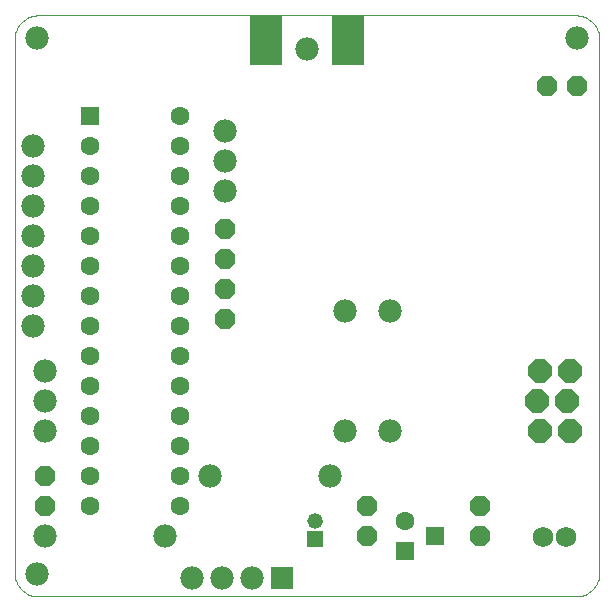
<source format=gbs>
G75*
%MOIN*%
%OFA0B0*%
%FSLAX24Y24*%
%IPPOS*%
%LPD*%
%AMOC8*
5,1,8,0,0,1.08239X$1,22.5*
%
%ADD10C,0.0000*%
%ADD11OC8,0.0780*%
%ADD12C,0.0780*%
%ADD13R,0.0630X0.0630*%
%ADD14C,0.0630*%
%ADD15R,0.0520X0.0520*%
%ADD16C,0.0520*%
%ADD17OC8,0.0670*%
%ADD18R,0.1090X0.1690*%
%ADD19R,0.0780X0.0780*%
%ADD20C,0.0680*%
D10*
X001467Y001180D02*
X019385Y001180D01*
X019439Y001182D01*
X019492Y001187D01*
X019545Y001196D01*
X019597Y001209D01*
X019649Y001225D01*
X019699Y001245D01*
X019747Y001268D01*
X019794Y001295D01*
X019839Y001324D01*
X019882Y001357D01*
X019922Y001392D01*
X019960Y001430D01*
X019995Y001470D01*
X020028Y001513D01*
X020057Y001558D01*
X020084Y001605D01*
X020107Y001653D01*
X020127Y001703D01*
X020143Y001755D01*
X020156Y001807D01*
X020165Y001860D01*
X020170Y001913D01*
X020172Y001967D01*
X020172Y019763D01*
X020170Y019817D01*
X020165Y019870D01*
X020156Y019923D01*
X020143Y019975D01*
X020127Y020027D01*
X020107Y020077D01*
X020084Y020125D01*
X020057Y020172D01*
X020028Y020217D01*
X019995Y020260D01*
X019960Y020300D01*
X019922Y020338D01*
X019882Y020373D01*
X019839Y020406D01*
X019794Y020435D01*
X019747Y020462D01*
X019699Y020485D01*
X019649Y020505D01*
X019597Y020521D01*
X019545Y020534D01*
X019492Y020543D01*
X019439Y020548D01*
X019385Y020550D01*
X001467Y020550D01*
X001413Y020548D01*
X001360Y020543D01*
X001307Y020534D01*
X001255Y020521D01*
X001203Y020505D01*
X001153Y020485D01*
X001105Y020462D01*
X001058Y020435D01*
X001013Y020406D01*
X000970Y020373D01*
X000930Y020338D01*
X000892Y020300D01*
X000857Y020260D01*
X000824Y020217D01*
X000795Y020172D01*
X000768Y020125D01*
X000745Y020077D01*
X000725Y020027D01*
X000709Y019975D01*
X000696Y019923D01*
X000687Y019870D01*
X000682Y019817D01*
X000680Y019763D01*
X000680Y001967D01*
X000682Y001913D01*
X000687Y001860D01*
X000696Y001807D01*
X000709Y001755D01*
X000725Y001703D01*
X000745Y001653D01*
X000768Y001605D01*
X000795Y001558D01*
X000824Y001513D01*
X000857Y001470D01*
X000892Y001430D01*
X000930Y001392D01*
X000970Y001357D01*
X001013Y001324D01*
X001058Y001295D01*
X001105Y001268D01*
X001153Y001245D01*
X001203Y001225D01*
X001255Y001209D01*
X001307Y001196D01*
X001360Y001187D01*
X001413Y001182D01*
X001467Y001180D01*
X008230Y020555D02*
X012630Y020555D01*
D11*
X018180Y008680D03*
X019180Y008680D03*
X019080Y007680D03*
X019180Y006680D03*
X018180Y006680D03*
X018080Y007680D03*
D12*
X013180Y006680D03*
X011680Y006680D03*
X011180Y005180D03*
X008578Y001807D03*
X007578Y001807D03*
X006578Y001807D03*
X005680Y003180D03*
X007180Y005180D03*
X011680Y010680D03*
X013180Y010680D03*
X007680Y014680D03*
X007680Y015680D03*
X007680Y016680D03*
X010430Y019430D03*
X001430Y019805D03*
X001305Y016180D03*
X001305Y015180D03*
X001305Y014180D03*
X001305Y013180D03*
X001305Y012180D03*
X001305Y011180D03*
X001305Y010180D03*
X001680Y008680D03*
X001680Y007680D03*
X001680Y006680D03*
X001680Y003180D03*
X001430Y001930D03*
X019430Y019805D03*
D13*
X014680Y003180D03*
X013680Y002680D03*
X003180Y017180D03*
D14*
X003180Y016180D03*
X003180Y015180D03*
X003180Y014180D03*
X003180Y013180D03*
X003180Y012180D03*
X003180Y011180D03*
X003180Y010180D03*
X003180Y009180D03*
X003180Y008180D03*
X003180Y007180D03*
X003180Y006180D03*
X003180Y005180D03*
X003180Y004180D03*
X006180Y004180D03*
X006180Y005180D03*
X006180Y006180D03*
X006180Y007180D03*
X006180Y008180D03*
X006180Y009180D03*
X006180Y010180D03*
X006180Y011180D03*
X006180Y012180D03*
X006180Y013180D03*
X006180Y014180D03*
X006180Y015180D03*
X006180Y016180D03*
X006180Y017180D03*
X013680Y003680D03*
D15*
X010680Y003090D03*
D16*
X010680Y003680D03*
D17*
X012430Y003180D03*
X012430Y004180D03*
X016180Y004180D03*
X016180Y003180D03*
X007680Y010430D03*
X007680Y011430D03*
X007680Y012430D03*
X007680Y013430D03*
X001680Y005180D03*
X001680Y004180D03*
X018430Y018180D03*
X019430Y018180D03*
D18*
X011806Y019722D03*
X009054Y019722D03*
D19*
X009578Y001807D03*
D20*
X018286Y003147D03*
X019074Y003147D03*
M02*

</source>
